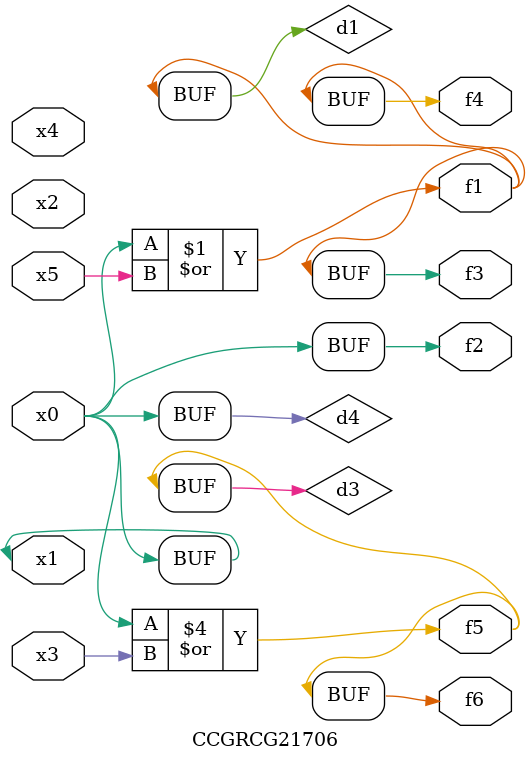
<source format=v>
module CCGRCG21706(
	input x0, x1, x2, x3, x4, x5,
	output f1, f2, f3, f4, f5, f6
);

	wire d1, d2, d3, d4;

	or (d1, x0, x5);
	xnor (d2, x1, x4);
	or (d3, x0, x3);
	buf (d4, x0, x1);
	assign f1 = d1;
	assign f2 = d4;
	assign f3 = d1;
	assign f4 = d1;
	assign f5 = d3;
	assign f6 = d3;
endmodule

</source>
